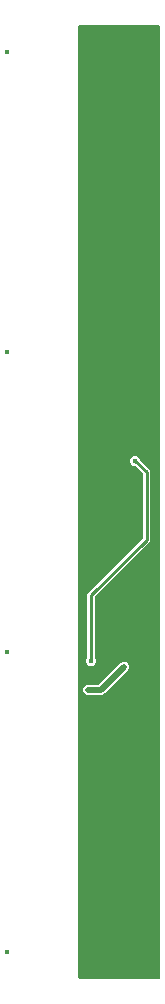
<source format=gbr>
%TF.GenerationSoftware,KiCad,Pcbnew,(6.0.4)*%
%TF.CreationDate,2023-05-09T11:07:54+09:00*%
%TF.ProjectId,Antenna,416e7465-6e6e-4612-9e6b-696361645f70,rev?*%
%TF.SameCoordinates,Original*%
%TF.FileFunction,Copper,L3,Inr*%
%TF.FilePolarity,Positive*%
%FSLAX46Y46*%
G04 Gerber Fmt 4.6, Leading zero omitted, Abs format (unit mm)*
G04 Created by KiCad (PCBNEW (6.0.4)) date 2023-05-09 11:07:54*
%MOMM*%
%LPD*%
G01*
G04 APERTURE LIST*
%TA.AperFunction,ComponentPad*%
%ADD10C,2.600000*%
%TD*%
%TA.AperFunction,ViaPad*%
%ADD11C,0.450000*%
%TD*%
%TA.AperFunction,Conductor*%
%ADD12C,0.500000*%
%TD*%
%TA.AperFunction,Conductor*%
%ADD13C,0.250000*%
%TD*%
G04 APERTURE END LIST*
D10*
%TO.N,GND*%
%TO.C,H2*%
X134075000Y-53850000D03*
%TD*%
%TO.N,GND*%
%TO.C,H1*%
X134075000Y-130000000D03*
%TD*%
D11*
%TO.N,GND*%
X131851400Y-76978400D03*
X131851400Y-78003400D03*
X129600000Y-100200000D03*
X130075000Y-114375000D03*
X133550000Y-112175000D03*
X134475000Y-96600000D03*
X131075000Y-104300000D03*
X129600000Y-102650000D03*
X134925000Y-84800000D03*
X133392500Y-99557500D03*
X133100000Y-95300000D03*
X134325000Y-98225000D03*
X131350000Y-114750000D03*
X133430000Y-104320000D03*
X129600000Y-98025000D03*
X131850000Y-72925000D03*
X131275000Y-110300000D03*
X131000000Y-91600000D03*
X135825000Y-101000000D03*
X132575000Y-104300000D03*
X129600000Y-104300000D03*
X131325000Y-84250000D03*
X132050000Y-95300000D03*
X129600000Y-95325000D03*
X132800000Y-114750000D03*
X130600000Y-112175000D03*
X131250000Y-101000000D03*
X131100000Y-108775000D03*
X134525000Y-94825000D03*
X134925000Y-104300000D03*
X131850000Y-71900000D03*
X132875000Y-110300000D03*
X134275000Y-101000000D03*
X129600000Y-92675000D03*
X131250000Y-94150000D03*
X133050000Y-108775000D03*
X134075000Y-114375000D03*
X129625000Y-91000000D03*
X132750000Y-92900000D03*
X131250000Y-96850000D03*
%TO.N,/receiver/RX*%
X123300000Y-104650000D03*
X123300000Y-79200000D03*
X123300000Y-130000000D03*
X123300000Y-53850000D03*
%TO.N,/5VA*%
X130200000Y-107825000D03*
X133225000Y-105875000D03*
%TO.N,/~EN1*%
X130450000Y-105375000D03*
X134175000Y-88425000D03*
%TD*%
D12*
%TO.N,/5VA*%
X133225000Y-105875000D02*
X131275000Y-107825000D01*
X131275000Y-107825000D02*
X130200000Y-107825000D01*
D13*
%TO.N,/~EN1*%
X130450000Y-99800000D02*
X130450000Y-105375000D01*
X135150000Y-89400000D02*
X135150000Y-95100000D01*
X134175000Y-88425000D02*
X135150000Y-89400000D01*
X135150000Y-95100000D02*
X130450000Y-99800000D01*
%TD*%
%TA.AperFunction,Conductor*%
%TO.N,GND*%
G36*
X136241866Y-51567313D02*
G01*
X136267176Y-51611150D01*
X136268300Y-51624000D01*
X136268300Y-132201000D01*
X136250987Y-132248566D01*
X136207150Y-132273876D01*
X136194300Y-132275000D01*
X129449000Y-132275000D01*
X129401434Y-132257687D01*
X129376124Y-132213850D01*
X129375000Y-132201000D01*
X129375000Y-107790842D01*
X129765979Y-107790842D01*
X129775122Y-107919971D01*
X129821830Y-108040704D01*
X129825257Y-108045051D01*
X129896824Y-108135833D01*
X129901974Y-108142366D01*
X129906523Y-108145510D01*
X129906524Y-108145511D01*
X129957000Y-108180397D01*
X130008467Y-108215968D01*
X130131894Y-108255003D01*
X130138209Y-108255500D01*
X131245041Y-108255500D01*
X131253739Y-108256013D01*
X131288675Y-108260148D01*
X131294117Y-108259154D01*
X131294120Y-108259154D01*
X131344530Y-108249947D01*
X131346823Y-108249565D01*
X131397541Y-108241940D01*
X131397542Y-108241940D01*
X131403014Y-108241117D01*
X131407678Y-108238877D01*
X131408175Y-108238707D01*
X131410389Y-108237988D01*
X131410943Y-108237817D01*
X131416022Y-108236890D01*
X131466436Y-108210702D01*
X131468495Y-108209673D01*
X131519710Y-108185080D01*
X131523503Y-108181574D01*
X131524132Y-108181198D01*
X131527155Y-108179161D01*
X131530900Y-108177216D01*
X131534105Y-108174479D01*
X131534109Y-108174476D01*
X131535717Y-108173102D01*
X131571962Y-108136857D01*
X131574057Y-108134843D01*
X131610709Y-108100963D01*
X131610710Y-108100962D01*
X131614771Y-108097208D01*
X131617548Y-108092426D01*
X131619659Y-108089792D01*
X131625084Y-108083735D01*
X133552281Y-106156538D01*
X133553917Y-106154323D01*
X133553923Y-106154316D01*
X133582702Y-106115351D01*
X133609758Y-106078720D01*
X133652651Y-105956579D01*
X133657734Y-105827226D01*
X133624556Y-105702097D01*
X133578111Y-105627625D01*
X133558979Y-105596947D01*
X133558978Y-105596946D01*
X133556052Y-105592254D01*
X133507165Y-105549833D01*
X133462457Y-105511037D01*
X133462455Y-105511036D01*
X133458279Y-105507412D01*
X133453224Y-105505177D01*
X133453222Y-105505176D01*
X133344936Y-105457303D01*
X133344935Y-105457303D01*
X133339880Y-105455068D01*
X133334391Y-105454418D01*
X133334390Y-105454418D01*
X133293317Y-105449557D01*
X133211324Y-105439852D01*
X133205882Y-105440846D01*
X133205880Y-105440846D01*
X133131570Y-105454418D01*
X133083978Y-105463110D01*
X132969100Y-105522784D01*
X132965893Y-105525523D01*
X132965890Y-105525525D01*
X132965653Y-105525728D01*
X132964283Y-105526898D01*
X131118355Y-107372826D01*
X131072479Y-107394218D01*
X131066029Y-107394500D01*
X130167654Y-107394500D01*
X130164935Y-107394909D01*
X130164932Y-107394909D01*
X130120412Y-107401602D01*
X130071986Y-107408883D01*
X130067002Y-107411277D01*
X130067000Y-107411277D01*
X130013638Y-107436901D01*
X129955290Y-107464920D01*
X129860229Y-107552792D01*
X129795210Y-107664732D01*
X129765979Y-107790842D01*
X129375000Y-107790842D01*
X129375000Y-105375000D01*
X130020209Y-105375000D01*
X130041244Y-105507813D01*
X130102292Y-105627625D01*
X130197375Y-105722708D01*
X130317187Y-105783756D01*
X130450000Y-105804791D01*
X130582813Y-105783756D01*
X130702625Y-105722708D01*
X130797708Y-105627625D01*
X130858756Y-105507813D01*
X130879791Y-105375000D01*
X130858756Y-105242187D01*
X130797708Y-105122375D01*
X130777174Y-105101841D01*
X130755782Y-105055965D01*
X130755500Y-105049515D01*
X130755500Y-99957194D01*
X130772813Y-99909628D01*
X130777174Y-99904868D01*
X135326755Y-95355287D01*
X135331030Y-95351598D01*
X135335302Y-95349509D01*
X135369849Y-95312267D01*
X135371774Y-95310268D01*
X135386113Y-95295929D01*
X135388036Y-95293126D01*
X135390220Y-95290498D01*
X135390359Y-95290614D01*
X135392952Y-95287361D01*
X135400801Y-95278901D01*
X135408056Y-95271080D01*
X135408057Y-95271078D01*
X135412701Y-95266072D01*
X135418136Y-95252449D01*
X135425846Y-95238010D01*
X135430275Y-95231553D01*
X135430276Y-95231552D01*
X135434143Y-95225914D01*
X135440846Y-95197669D01*
X135444114Y-95187336D01*
X135452937Y-95165219D01*
X135452937Y-95165218D01*
X135454873Y-95160366D01*
X135455500Y-95153971D01*
X135455500Y-95144577D01*
X135457500Y-95127490D01*
X135458843Y-95121833D01*
X135458843Y-95121831D01*
X135460421Y-95115182D01*
X135456176Y-95083990D01*
X135455500Y-95074011D01*
X135455500Y-89455533D01*
X135455914Y-89449899D01*
X135457458Y-89445401D01*
X135455552Y-89394636D01*
X135455500Y-89391860D01*
X135455500Y-89371586D01*
X135454875Y-89368233D01*
X135454562Y-89364841D01*
X135454742Y-89364824D01*
X135454277Y-89360687D01*
X135453444Y-89338499D01*
X135453188Y-89331673D01*
X135447398Y-89318196D01*
X135442639Y-89302533D01*
X135441205Y-89294834D01*
X135439954Y-89288116D01*
X135424719Y-89263399D01*
X135419728Y-89253793D01*
X135408263Y-89227107D01*
X135404184Y-89222142D01*
X135397542Y-89215500D01*
X135386874Y-89202004D01*
X135383821Y-89197051D01*
X135380236Y-89191235D01*
X135355178Y-89172180D01*
X135347644Y-89165602D01*
X134621369Y-88439327D01*
X134600606Y-88398577D01*
X134584667Y-88297940D01*
X134583756Y-88292187D01*
X134522708Y-88172375D01*
X134427625Y-88077292D01*
X134307813Y-88016244D01*
X134175000Y-87995209D01*
X134042187Y-88016244D01*
X133922375Y-88077292D01*
X133827292Y-88172375D01*
X133766244Y-88292187D01*
X133745209Y-88425000D01*
X133766244Y-88557813D01*
X133827292Y-88677625D01*
X133922375Y-88772708D01*
X134042187Y-88833756D01*
X134096208Y-88842312D01*
X134148577Y-88850606D01*
X134189327Y-88871369D01*
X134822826Y-89504869D01*
X134844218Y-89550746D01*
X134844500Y-89557195D01*
X134844500Y-94942805D01*
X134827187Y-94990371D01*
X134822826Y-94995131D01*
X130273245Y-99544713D01*
X130268970Y-99548402D01*
X130264698Y-99550491D01*
X130260053Y-99555498D01*
X130260052Y-99555499D01*
X130230152Y-99587732D01*
X130228226Y-99589732D01*
X130213887Y-99604071D01*
X130211964Y-99606874D01*
X130209780Y-99609502D01*
X130209641Y-99609386D01*
X130207048Y-99612639D01*
X130187299Y-99633928D01*
X130181864Y-99647552D01*
X130174154Y-99661992D01*
X130165858Y-99674085D01*
X130164280Y-99680736D01*
X130159155Y-99702330D01*
X130155888Y-99712662D01*
X130145127Y-99739634D01*
X130144500Y-99746029D01*
X130144500Y-99755423D01*
X130142500Y-99772509D01*
X130139579Y-99784818D01*
X130140501Y-99791591D01*
X130143824Y-99816010D01*
X130144500Y-99825989D01*
X130144500Y-105049515D01*
X130127187Y-105097081D01*
X130122826Y-105101841D01*
X130102292Y-105122375D01*
X130041244Y-105242187D01*
X130020209Y-105375000D01*
X129375000Y-105375000D01*
X129375000Y-51624000D01*
X129392313Y-51576434D01*
X129436150Y-51551124D01*
X129449000Y-51550000D01*
X136194300Y-51550000D01*
X136241866Y-51567313D01*
G37*
%TD.AperFunction*%
%TD*%
M02*

</source>
